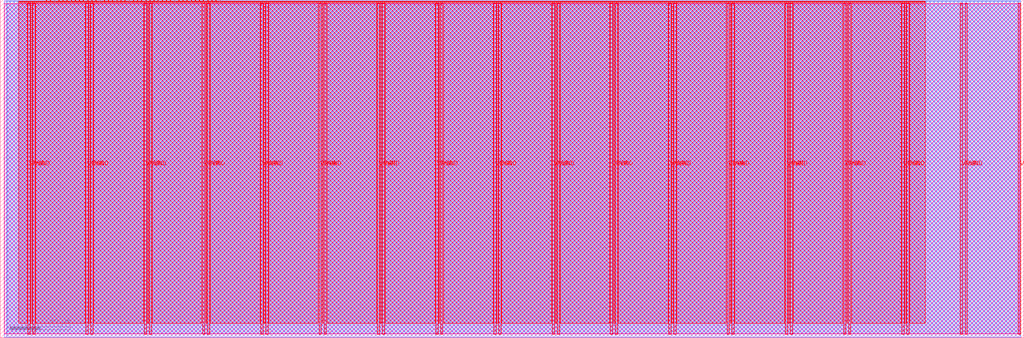
<source format=lef>
VERSION 5.7 ;
  NOWIREEXTENSIONATPIN ON ;
  DIVIDERCHAR "/" ;
  BUSBITCHARS "[]" ;
MACRO tt_um_urish_sic1
  CLASS BLOCK ;
  FOREIGN tt_um_urish_sic1 ;
  ORIGIN 0.000 0.000 ;
  SIZE 682.640 BY 225.760 ;
  PIN VGND
    DIRECTION INOUT ;
    USE GROUND ;
    PORT
      LAYER met4 ;
        RECT 21.580 2.480 23.180 223.280 ;
    END
    PORT
      LAYER met4 ;
        RECT 60.450 2.480 62.050 223.280 ;
    END
    PORT
      LAYER met4 ;
        RECT 99.320 2.480 100.920 223.280 ;
    END
    PORT
      LAYER met4 ;
        RECT 138.190 2.480 139.790 223.280 ;
    END
    PORT
      LAYER met4 ;
        RECT 177.060 2.480 178.660 223.280 ;
    END
    PORT
      LAYER met4 ;
        RECT 215.930 2.480 217.530 223.280 ;
    END
    PORT
      LAYER met4 ;
        RECT 254.800 2.480 256.400 223.280 ;
    END
    PORT
      LAYER met4 ;
        RECT 293.670 2.480 295.270 223.280 ;
    END
    PORT
      LAYER met4 ;
        RECT 332.540 2.480 334.140 223.280 ;
    END
    PORT
      LAYER met4 ;
        RECT 371.410 2.480 373.010 223.280 ;
    END
    PORT
      LAYER met4 ;
        RECT 410.280 2.480 411.880 223.280 ;
    END
    PORT
      LAYER met4 ;
        RECT 449.150 2.480 450.750 223.280 ;
    END
    PORT
      LAYER met4 ;
        RECT 488.020 2.480 489.620 223.280 ;
    END
    PORT
      LAYER met4 ;
        RECT 526.890 2.480 528.490 223.280 ;
    END
    PORT
      LAYER met4 ;
        RECT 565.760 2.480 567.360 223.280 ;
    END
    PORT
      LAYER met4 ;
        RECT 604.630 2.480 606.230 223.280 ;
    END
    PORT
      LAYER met4 ;
        RECT 643.500 2.480 645.100 223.280 ;
    END
  END VGND
  PIN VPWR
    DIRECTION INOUT ;
    USE POWER ;
    PORT
      LAYER met4 ;
        RECT 18.280 2.480 19.880 223.280 ;
    END
    PORT
      LAYER met4 ;
        RECT 57.150 2.480 58.750 223.280 ;
    END
    PORT
      LAYER met4 ;
        RECT 96.020 2.480 97.620 223.280 ;
    END
    PORT
      LAYER met4 ;
        RECT 134.890 2.480 136.490 223.280 ;
    END
    PORT
      LAYER met4 ;
        RECT 173.760 2.480 175.360 223.280 ;
    END
    PORT
      LAYER met4 ;
        RECT 212.630 2.480 214.230 223.280 ;
    END
    PORT
      LAYER met4 ;
        RECT 251.500 2.480 253.100 223.280 ;
    END
    PORT
      LAYER met4 ;
        RECT 290.370 2.480 291.970 223.280 ;
    END
    PORT
      LAYER met4 ;
        RECT 329.240 2.480 330.840 223.280 ;
    END
    PORT
      LAYER met4 ;
        RECT 368.110 2.480 369.710 223.280 ;
    END
    PORT
      LAYER met4 ;
        RECT 406.980 2.480 408.580 223.280 ;
    END
    PORT
      LAYER met4 ;
        RECT 445.850 2.480 447.450 223.280 ;
    END
    PORT
      LAYER met4 ;
        RECT 484.720 2.480 486.320 223.280 ;
    END
    PORT
      LAYER met4 ;
        RECT 523.590 2.480 525.190 223.280 ;
    END
    PORT
      LAYER met4 ;
        RECT 562.460 2.480 564.060 223.280 ;
    END
    PORT
      LAYER met4 ;
        RECT 601.330 2.480 602.930 223.280 ;
    END
    PORT
      LAYER met4 ;
        RECT 640.200 2.480 641.800 223.280 ;
    END
    PORT
      LAYER met4 ;
        RECT 679.070 2.480 680.670 223.280 ;
    END
  END VPWR
  PIN clk
    DIRECTION INPUT ;
    USE SIGNAL ;
    ANTENNAGATEAREA 0.852000 ;
    PORT
      LAYER met4 ;
        RECT 143.830 224.760 144.130 225.760 ;
    END
  END clk
  PIN ena
    DIRECTION INPUT ;
    USE SIGNAL ;
    PORT
      LAYER met4 ;
        RECT 146.590 224.760 146.890 225.760 ;
    END
  END ena
  PIN rst_n
    DIRECTION INPUT ;
    USE SIGNAL ;
    ANTENNAGATEAREA 0.126000 ;
    PORT
      LAYER met4 ;
        RECT 141.070 224.760 141.370 225.760 ;
    END
  END rst_n
  PIN ui_in[0]
    DIRECTION INPUT ;
    USE SIGNAL ;
    ANTENNAGATEAREA 0.159000 ;
    PORT
      LAYER met4 ;
        RECT 138.310 224.760 138.610 225.760 ;
    END
  END ui_in[0]
  PIN ui_in[1]
    DIRECTION INPUT ;
    USE SIGNAL ;
    ANTENNAGATEAREA 0.159000 ;
    PORT
      LAYER met4 ;
        RECT 135.550 224.760 135.850 225.760 ;
    END
  END ui_in[1]
  PIN ui_in[2]
    DIRECTION INPUT ;
    USE SIGNAL ;
    ANTENNAGATEAREA 0.159000 ;
    PORT
      LAYER met4 ;
        RECT 132.790 224.760 133.090 225.760 ;
    END
  END ui_in[2]
  PIN ui_in[3]
    DIRECTION INPUT ;
    USE SIGNAL ;
    ANTENNAGATEAREA 0.213000 ;
    PORT
      LAYER met4 ;
        RECT 130.030 224.760 130.330 225.760 ;
    END
  END ui_in[3]
  PIN ui_in[4]
    DIRECTION INPUT ;
    USE SIGNAL ;
    ANTENNAGATEAREA 0.213000 ;
    PORT
      LAYER met4 ;
        RECT 127.270 224.760 127.570 225.760 ;
    END
  END ui_in[4]
  PIN ui_in[5]
    DIRECTION INPUT ;
    USE SIGNAL ;
    ANTENNAGATEAREA 0.213000 ;
    PORT
      LAYER met4 ;
        RECT 124.510 224.760 124.810 225.760 ;
    END
  END ui_in[5]
  PIN ui_in[6]
    DIRECTION INPUT ;
    USE SIGNAL ;
    ANTENNAGATEAREA 0.213000 ;
    PORT
      LAYER met4 ;
        RECT 121.750 224.760 122.050 225.760 ;
    END
  END ui_in[6]
  PIN ui_in[7]
    DIRECTION INPUT ;
    USE SIGNAL ;
    ANTENNAGATEAREA 0.213000 ;
    PORT
      LAYER met4 ;
        RECT 118.990 224.760 119.290 225.760 ;
    END
  END ui_in[7]
  PIN uio_in[0]
    DIRECTION INPUT ;
    USE SIGNAL ;
    ANTENNAGATEAREA 0.196500 ;
    PORT
      LAYER met4 ;
        RECT 116.230 224.760 116.530 225.760 ;
    END
  END uio_in[0]
  PIN uio_in[1]
    DIRECTION INPUT ;
    USE SIGNAL ;
    PORT
      LAYER met4 ;
        RECT 113.470 224.760 113.770 225.760 ;
    END
  END uio_in[1]
  PIN uio_in[2]
    DIRECTION INPUT ;
    USE SIGNAL ;
    ANTENNAGATEAREA 0.159000 ;
    PORT
      LAYER met4 ;
        RECT 110.710 224.760 111.010 225.760 ;
    END
  END uio_in[2]
  PIN uio_in[3]
    DIRECTION INPUT ;
    USE SIGNAL ;
    ANTENNAGATEAREA 0.196500 ;
    PORT
      LAYER met4 ;
        RECT 107.950 224.760 108.250 225.760 ;
    END
  END uio_in[3]
  PIN uio_in[4]
    DIRECTION INPUT ;
    USE SIGNAL ;
    PORT
      LAYER met4 ;
        RECT 105.190 224.760 105.490 225.760 ;
    END
  END uio_in[4]
  PIN uio_in[5]
    DIRECTION INPUT ;
    USE SIGNAL ;
    PORT
      LAYER met4 ;
        RECT 102.430 224.760 102.730 225.760 ;
    END
  END uio_in[5]
  PIN uio_in[6]
    DIRECTION INPUT ;
    USE SIGNAL ;
    PORT
      LAYER met4 ;
        RECT 99.670 224.760 99.970 225.760 ;
    END
  END uio_in[6]
  PIN uio_in[7]
    DIRECTION INPUT ;
    USE SIGNAL ;
    PORT
      LAYER met4 ;
        RECT 96.910 224.760 97.210 225.760 ;
    END
  END uio_in[7]
  PIN uio_oe[0]
    DIRECTION OUTPUT ;
    USE SIGNAL ;
    PORT
      LAYER met4 ;
        RECT 49.990 224.760 50.290 225.760 ;
    END
  END uio_oe[0]
  PIN uio_oe[1]
    DIRECTION OUTPUT ;
    USE SIGNAL ;
    PORT
      LAYER met4 ;
        RECT 47.230 224.760 47.530 225.760 ;
    END
  END uio_oe[1]
  PIN uio_oe[2]
    DIRECTION OUTPUT ;
    USE SIGNAL ;
    PORT
      LAYER met4 ;
        RECT 44.470 224.760 44.770 225.760 ;
    END
  END uio_oe[2]
  PIN uio_oe[3]
    DIRECTION OUTPUT ;
    USE SIGNAL ;
    PORT
      LAYER met4 ;
        RECT 41.710 224.760 42.010 225.760 ;
    END
  END uio_oe[3]
  PIN uio_oe[4]
    DIRECTION OUTPUT ;
    USE SIGNAL ;
    PORT
      LAYER met4 ;
        RECT 38.950 224.760 39.250 225.760 ;
    END
  END uio_oe[4]
  PIN uio_oe[5]
    DIRECTION OUTPUT ;
    USE SIGNAL ;
    PORT
      LAYER met4 ;
        RECT 36.190 224.760 36.490 225.760 ;
    END
  END uio_oe[5]
  PIN uio_oe[6]
    DIRECTION OUTPUT ;
    USE SIGNAL ;
    PORT
      LAYER met4 ;
        RECT 33.430 224.760 33.730 225.760 ;
    END
  END uio_oe[6]
  PIN uio_oe[7]
    DIRECTION OUTPUT ;
    USE SIGNAL ;
    PORT
      LAYER met4 ;
        RECT 30.670 224.760 30.970 225.760 ;
    END
  END uio_oe[7]
  PIN uio_out[0]
    DIRECTION OUTPUT ;
    USE SIGNAL ;
    PORT
      LAYER met4 ;
        RECT 72.070 224.760 72.370 225.760 ;
    END
  END uio_out[0]
  PIN uio_out[1]
    DIRECTION OUTPUT ;
    USE SIGNAL ;
    ANTENNADIFFAREA 0.795200 ;
    PORT
      LAYER met4 ;
        RECT 69.310 224.760 69.610 225.760 ;
    END
  END uio_out[1]
  PIN uio_out[2]
    DIRECTION OUTPUT ;
    USE SIGNAL ;
    PORT
      LAYER met4 ;
        RECT 66.550 224.760 66.850 225.760 ;
    END
  END uio_out[2]
  PIN uio_out[3]
    DIRECTION OUTPUT ;
    USE SIGNAL ;
    PORT
      LAYER met4 ;
        RECT 63.790 224.760 64.090 225.760 ;
    END
  END uio_out[3]
  PIN uio_out[4]
    DIRECTION OUTPUT ;
    USE SIGNAL ;
    PORT
      LAYER met4 ;
        RECT 61.030 224.760 61.330 225.760 ;
    END
  END uio_out[4]
  PIN uio_out[5]
    DIRECTION OUTPUT ;
    USE SIGNAL ;
    PORT
      LAYER met4 ;
        RECT 58.270 224.760 58.570 225.760 ;
    END
  END uio_out[5]
  PIN uio_out[6]
    DIRECTION OUTPUT ;
    USE SIGNAL ;
    PORT
      LAYER met4 ;
        RECT 55.510 224.760 55.810 225.760 ;
    END
  END uio_out[6]
  PIN uio_out[7]
    DIRECTION OUTPUT ;
    USE SIGNAL ;
    PORT
      LAYER met4 ;
        RECT 52.750 224.760 53.050 225.760 ;
    END
  END uio_out[7]
  PIN uo_out[0]
    DIRECTION OUTPUT ;
    USE SIGNAL ;
    ANTENNAGATEAREA 0.126000 ;
    ANTENNADIFFAREA 0.445500 ;
    PORT
      LAYER met4 ;
        RECT 94.150 224.760 94.450 225.760 ;
    END
  END uo_out[0]
  PIN uo_out[1]
    DIRECTION OUTPUT ;
    USE SIGNAL ;
    ANTENNAGATEAREA 0.126000 ;
    ANTENNADIFFAREA 0.445500 ;
    PORT
      LAYER met4 ;
        RECT 91.390 224.760 91.690 225.760 ;
    END
  END uo_out[1]
  PIN uo_out[2]
    DIRECTION OUTPUT ;
    USE SIGNAL ;
    ANTENNAGATEAREA 0.126000 ;
    ANTENNADIFFAREA 0.445500 ;
    PORT
      LAYER met4 ;
        RECT 88.630 224.760 88.930 225.760 ;
    END
  END uo_out[2]
  PIN uo_out[3]
    DIRECTION OUTPUT ;
    USE SIGNAL ;
    ANTENNAGATEAREA 0.126000 ;
    ANTENNADIFFAREA 0.445500 ;
    PORT
      LAYER met4 ;
        RECT 85.870 224.760 86.170 225.760 ;
    END
  END uo_out[3]
  PIN uo_out[4]
    DIRECTION OUTPUT ;
    USE SIGNAL ;
    ANTENNAGATEAREA 0.126000 ;
    ANTENNADIFFAREA 0.445500 ;
    PORT
      LAYER met4 ;
        RECT 83.110 224.760 83.410 225.760 ;
    END
  END uo_out[4]
  PIN uo_out[5]
    DIRECTION OUTPUT ;
    USE SIGNAL ;
    ANTENNAGATEAREA 0.126000 ;
    ANTENNADIFFAREA 0.445500 ;
    PORT
      LAYER met4 ;
        RECT 80.350 224.760 80.650 225.760 ;
    END
  END uo_out[5]
  PIN uo_out[6]
    DIRECTION OUTPUT ;
    USE SIGNAL ;
    ANTENNAGATEAREA 0.126000 ;
    ANTENNADIFFAREA 0.445500 ;
    PORT
      LAYER met4 ;
        RECT 77.590 224.760 77.890 225.760 ;
    END
  END uo_out[6]
  PIN uo_out[7]
    DIRECTION OUTPUT ;
    USE SIGNAL ;
    ANTENNAGATEAREA 0.126000 ;
    ANTENNADIFFAREA 0.445500 ;
    PORT
      LAYER met4 ;
        RECT 74.830 224.760 75.130 225.760 ;
    END
  END uo_out[7]
  OBS
      LAYER nwell ;
        RECT 2.570 2.635 680.070 223.230 ;
      LAYER li1 ;
        RECT 2.760 2.635 679.880 223.125 ;
      LAYER met1 ;
        RECT 2.760 0.380 680.670 225.040 ;
      LAYER met2 ;
        RECT 4.240 0.350 680.640 225.070 ;
      LAYER met3 ;
        RECT 4.665 2.555 680.660 224.905 ;
      LAYER met4 ;
        RECT 12.255 224.360 30.270 224.905 ;
        RECT 31.370 224.360 33.030 224.905 ;
        RECT 34.130 224.360 35.790 224.905 ;
        RECT 36.890 224.360 38.550 224.905 ;
        RECT 39.650 224.360 41.310 224.905 ;
        RECT 42.410 224.360 44.070 224.905 ;
        RECT 45.170 224.360 46.830 224.905 ;
        RECT 47.930 224.360 49.590 224.905 ;
        RECT 50.690 224.360 52.350 224.905 ;
        RECT 53.450 224.360 55.110 224.905 ;
        RECT 56.210 224.360 57.870 224.905 ;
        RECT 58.970 224.360 60.630 224.905 ;
        RECT 61.730 224.360 63.390 224.905 ;
        RECT 64.490 224.360 66.150 224.905 ;
        RECT 67.250 224.360 68.910 224.905 ;
        RECT 70.010 224.360 71.670 224.905 ;
        RECT 72.770 224.360 74.430 224.905 ;
        RECT 75.530 224.360 77.190 224.905 ;
        RECT 78.290 224.360 79.950 224.905 ;
        RECT 81.050 224.360 82.710 224.905 ;
        RECT 83.810 224.360 85.470 224.905 ;
        RECT 86.570 224.360 88.230 224.905 ;
        RECT 89.330 224.360 90.990 224.905 ;
        RECT 92.090 224.360 93.750 224.905 ;
        RECT 94.850 224.360 96.510 224.905 ;
        RECT 97.610 224.360 99.270 224.905 ;
        RECT 100.370 224.360 102.030 224.905 ;
        RECT 103.130 224.360 104.790 224.905 ;
        RECT 105.890 224.360 107.550 224.905 ;
        RECT 108.650 224.360 110.310 224.905 ;
        RECT 111.410 224.360 113.070 224.905 ;
        RECT 114.170 224.360 115.830 224.905 ;
        RECT 116.930 224.360 118.590 224.905 ;
        RECT 119.690 224.360 121.350 224.905 ;
        RECT 122.450 224.360 124.110 224.905 ;
        RECT 125.210 224.360 126.870 224.905 ;
        RECT 127.970 224.360 129.630 224.905 ;
        RECT 130.730 224.360 132.390 224.905 ;
        RECT 133.490 224.360 135.150 224.905 ;
        RECT 136.250 224.360 137.910 224.905 ;
        RECT 139.010 224.360 140.670 224.905 ;
        RECT 141.770 224.360 143.430 224.905 ;
        RECT 144.530 224.360 146.190 224.905 ;
        RECT 147.290 224.360 617.025 224.905 ;
        RECT 12.255 223.680 617.025 224.360 ;
        RECT 12.255 9.695 17.880 223.680 ;
        RECT 20.280 9.695 21.180 223.680 ;
        RECT 23.580 9.695 56.750 223.680 ;
        RECT 59.150 9.695 60.050 223.680 ;
        RECT 62.450 9.695 95.620 223.680 ;
        RECT 98.020 9.695 98.920 223.680 ;
        RECT 101.320 9.695 134.490 223.680 ;
        RECT 136.890 9.695 137.790 223.680 ;
        RECT 140.190 9.695 173.360 223.680 ;
        RECT 175.760 9.695 176.660 223.680 ;
        RECT 179.060 9.695 212.230 223.680 ;
        RECT 214.630 9.695 215.530 223.680 ;
        RECT 217.930 9.695 251.100 223.680 ;
        RECT 253.500 9.695 254.400 223.680 ;
        RECT 256.800 9.695 289.970 223.680 ;
        RECT 292.370 9.695 293.270 223.680 ;
        RECT 295.670 9.695 328.840 223.680 ;
        RECT 331.240 9.695 332.140 223.680 ;
        RECT 334.540 9.695 367.710 223.680 ;
        RECT 370.110 9.695 371.010 223.680 ;
        RECT 373.410 9.695 406.580 223.680 ;
        RECT 408.980 9.695 409.880 223.680 ;
        RECT 412.280 9.695 445.450 223.680 ;
        RECT 447.850 9.695 448.750 223.680 ;
        RECT 451.150 9.695 484.320 223.680 ;
        RECT 486.720 9.695 487.620 223.680 ;
        RECT 490.020 9.695 523.190 223.680 ;
        RECT 525.590 9.695 526.490 223.680 ;
        RECT 528.890 9.695 562.060 223.680 ;
        RECT 564.460 9.695 565.360 223.680 ;
        RECT 567.760 9.695 600.930 223.680 ;
        RECT 603.330 9.695 604.230 223.680 ;
        RECT 606.630 9.695 617.025 223.680 ;
  END
END tt_um_urish_sic1
END LIBRARY


</source>
